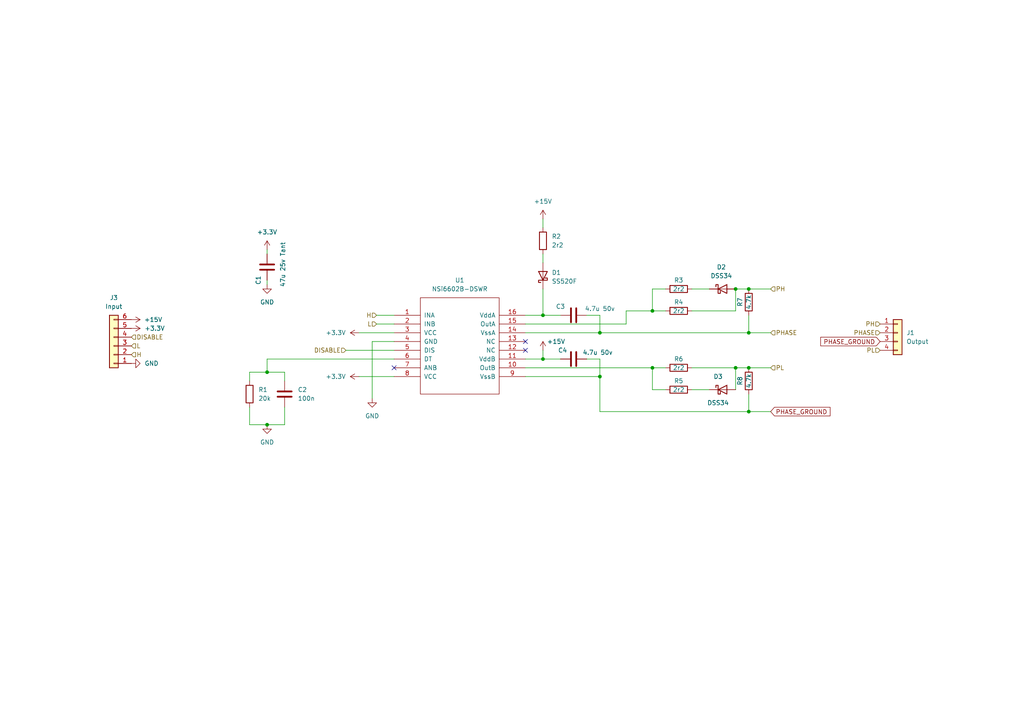
<source format=kicad_sch>
(kicad_sch (version 20230121) (generator eeschema)
  (paper "A4")
  (lib_symbols
    (symbol "Connector_Generic:Conn_01x04" (pin_names (offset 1.016) hide)
      (property "Reference" "J" (at 0 5.08 0))
      (property "Value" "Conn_01x04" (at 0 -7.62 0))
      (symbol "Conn_01x04_1_1"
        (rectangle (start -1.27 -4.953) (end 0 -5.207) (stroke (width 0.1524)))
        (rectangle (start -1.27 -2.413) (end 0 -2.667) (stroke (width 0.1524)))
        (rectangle (start -1.27 0.127) (end 0 -0.127) (stroke (width 0.1524)))
        (rectangle (start -1.27 2.667) (end 0 2.413) (stroke (width 0.1524)))
        (rectangle (start -1.27 3.81) (end 1.27 -6.35) (stroke (width 0.254)) (fill (type background)))
        (pin passive line (at -5.08 2.54 0) (length 3.81) (name "Pin_1") (number "1"))
        (pin passive line (at -5.08 0 0) (length 3.81) (name "Pin_2") (number "2"))
        (pin passive line (at -5.08 -2.54 0) (length 3.81) (name "Pin_3") (number "3"))
        (pin passive line (at -5.08 -5.08 0) (length 3.81) (name "Pin_4") (number "4"))
      )
    )
    (symbol "Connector_Generic:Conn_01x06" (pin_names (offset 1.016) hide)
      (property "Reference" "J" (at 0 7.62 0))
      (property "Value" "Conn_01x06" (at 0 -10.16 0))
      (symbol "Conn_01x06_1_1"
        (rectangle (start -1.27 -7.493) (end 0 -7.747) (stroke (width 0.1524)))
        (rectangle (start -1.27 -4.953) (end 0 -5.207) (stroke (width 0.1524)))
        (rectangle (start -1.27 -2.413) (end 0 -2.667) (stroke (width 0.1524)))
        (rectangle (start -1.27 0.127) (end 0 -0.127) (stroke (width 0.1524)))
        (rectangle (start -1.27 2.667) (end 0 2.413) (stroke (width 0.1524)))
        (rectangle (start -1.27 5.207) (end 0 4.953) (stroke (width 0.1524)))
        (rectangle (start -1.27 6.35) (end 1.27 -8.89) (stroke (width 0.254)) (fill (type background)))
        (pin passive line (at -5.08 5.08 0) (length 3.81) (name "Pin_1") (number "1"))
        (pin passive line (at -5.08 2.54 0) (length 3.81) (name "Pin_2") (number "2"))
        (pin passive line (at -5.08 0 0) (length 3.81) (name "Pin_3") (number "3"))
        (pin passive line (at -5.08 -2.54 0) (length 3.81) (name "Pin_4") (number "4"))
        (pin passive line (at -5.08 -5.08 0) (length 3.81) (name "Pin_5") (number "5"))
        (pin passive line (at -5.08 -7.62 0) (length 3.81) (name "Pin_6") (number "6"))
      )
    )
    (symbol "Device:C" (pin_numbers hide) (pin_names (offset 0.254))
      (property "Reference" "C" (at 0.635 2.54 0))
      (property "Value" "C" (at 0.635 -2.54 0))
      (symbol "C_0_1"
        (polyline (pts (xy -2.032 -0.762) (xy 2.032 -0.762)) (stroke (width 0.508)))
        (polyline (pts (xy -2.032 0.762) (xy 2.032 0.762)) (stroke (width 0.508)))
      )
      (symbol "C_1_1"
        (pin passive line (at 0 3.81 270) (length 2.794) (name "~") (number "1"))
        (pin passive line (at 0 -3.81 90) (length 2.794) (name "~") (number "2"))
      )
    )
    (symbol "Device:D_Schottky" (pin_numbers hide) (pin_names (offset 1.016) hide)
      (property "Reference" "D" (at 0 2.54 0))
      (property "Value" "D_Schottky" (at 0 -2.54 0))
      (symbol "D_Schottky_0_1"
        (polyline (pts (xy 1.27 0) (xy -1.27 0)))
        (polyline (pts (xy 1.27 1.27) (xy 1.27 -1.27) (xy -1.27 0) (xy 1.27 1.27)) (stroke (width 0.254)))
        (polyline (pts (xy -1.905 0.635) (xy -1.905 1.27) (xy -1.27 1.27) (xy -1.27 -1.27) (xy -0.635 -1.27) (xy -0.635 -0.635)) (stroke (width 0.254)))
      )
      (symbol "D_Schottky_1_1"
        (pin passive line (at -3.81 0 0) (length 2.54) (name "K") (number "1"))
        (pin passive line (at 3.81 0 180) (length 2.54) (name "A") (number "2"))
      )
    )
    (symbol "Device:R" (pin_numbers hide) (pin_names (offset 0))
      (property "Reference" "R" (at 2.032 0 90))
      (property "Value" "R" (at 0 0 90))
      (symbol "R_0_1"
        (rectangle (start -1.016 -2.54) (end 1.016 2.54) (stroke (width 0.254)))
      )
      (symbol "R_1_1"
        (pin passive line (at 0 3.81 270) (length 1.27) (name "~") (number "1"))
        (pin passive line (at 0 -3.81 90) (length 1.27) (name "~") (number "2"))
      )
    )
    (symbol "GigaESCSymbols:NCD57252DWR2G" (pin_names (offset 1.016))
      (property "Reference" "U" (at 0 15.24 0))
      (property "Value" "NCD57252DWR2G" (at 0 -15.24 0))
      (symbol "NCD57252DWR2G_1_0"
        (rectangle (start -11.43 -13.97) (end 11.43 13.97))
      )
      (symbol "NCD57252DWR2G_1_1"
        (pin input line (at -19.05 8.89 0) (length 7.62) (name "INA") (number "1"))
        (pin input line (at 19.05 -6.35 180) (length 7.62) (name "OutB") (number "10"))
        (pin input line (at 19.05 -3.81 180) (length 7.62) (name "VddB") (number "11"))
        (pin input line (at 19.05 -1.27 180) (length 7.62) (name "NC") (number "12"))
        (pin input line (at 19.05 1.27 180) (length 7.62) (name "NC") (number "13"))
        (pin input line (at 19.05 3.81 180) (length 7.62) (name "VssA") (number "14"))
        (pin input line (at 19.05 6.35 180) (length 7.62) (name "OutA") (number "15"))
        (pin input line (at 19.05 8.89 180) (length 7.62) (name "VddA") (number "16"))
        (pin input line (at -19.05 6.35 0) (length 7.62) (name "INB") (number "2"))
        (pin input line (at -19.05 3.81 0) (length 7.62) (name "VCC") (number "3"))
        (pin input line (at -19.05 1.27 0) (length 7.62) (name "GND") (number "4"))
        (pin input line (at -19.05 -1.27 0) (length 7.62) (name "DIS") (number "5"))
        (pin input line (at -19.05 -3.81 0) (length 7.62) (name "DT") (number "6"))
        (pin input line (at -19.05 -6.35 0) (length 7.62) (name "ANB") (number "7"))
        (pin input line (at -19.05 -8.89 0) (length 7.62) (name "VCC") (number "8"))
        (pin input line (at 19.05 -8.89 180) (length 7.62) (name "VssB") (number "9"))
      )
    )
    (symbol "power:+15V" (power) (pin_names (offset 0))
      (property "Value" "+15V" (at 0 3.556 0))
      (symbol "+15V_0_1"
        (polyline (pts (xy -0.762 1.27) (xy 0 2.54)))
        (polyline (pts (xy 0 0) (xy 0 2.54)))
        (polyline (pts (xy 0 2.54) (xy 0.762 1.27)))
      )
      (symbol "+15V_1_1"
        (pin power_in line (at 0 0 90) (length 0) hide (name "+15V") (number "1"))
      )
    )
    (symbol "power:+3.3V" (power) (pin_names (offset 0))
      (property "Value" "+3.3V" (at 0 3.556 0))
      (symbol "+3.3V_0_1"
        (polyline (pts (xy -0.762 1.27) (xy 0 2.54)))
        (polyline (pts (xy 0 0) (xy 0 2.54)))
        (polyline (pts (xy 0 2.54) (xy 0.762 1.27)))
      )
      (symbol "+3.3V_1_1"
        (pin power_in line (at 0 0 90) (length 0) hide (name "+3.3V") (number "1"))
      )
    )
    (symbol "power:GND" (power) (pin_names (offset 0))
      (property "Value" "GND" (at 0 -3.81 0))
      (symbol "GND_0_1"
        (polyline (pts (xy 0 0) (xy 0 -1.27) (xy 1.27 -1.27) (xy 0 -2.54) (xy -1.27 -1.27) (xy 0 -1.27)))
      )
      (symbol "GND_1_1"
        (pin power_in line (at 0 0 270) (length 0) hide (name "GND") (number "1"))
      )
    )
  )
  (junction (at 157.48 91.44))
  (junction (at 213.36 83.82))
  (junction (at 157.48 104.14))
  (junction (at 217.17 83.82))
  (junction (at 173.99 96.52))
  (junction (at 217.17 119.38))
  (junction (at 189.23 90.17))
  (junction (at 217.17 96.52))
  (junction (at 189.23 106.68))
  (junction (at 173.99 109.22))
  (junction (at 77.47 123.19))
  (junction (at 217.17 106.68))
  (junction (at 213.36 106.68))
  (junction (at 77.47 107.95))
  (no_connect (at 152.4 101.6))
  (no_connect (at 114.3 106.68))
  (no_connect (at 152.4 99.06))
  (wire (pts (xy 82.55 107.95) (xy 82.55 110.49)))
  (wire (pts (xy 109.22 91.44) (xy 114.3 91.44)))
  (wire (pts (xy 213.36 83.82) (xy 213.36 90.17)))
  (wire (pts (xy 72.39 107.95) (xy 77.47 107.95)))
  (wire (pts (xy 152.4 93.98) (xy 181.61 93.98)))
  (wire (pts (xy 77.47 81.28) (xy 77.47 82.55)))
  (wire (pts (xy 107.95 99.06) (xy 107.95 115.57)))
  (wire (pts (xy 109.22 93.98) (xy 114.3 93.98)))
  (wire (pts (xy 104.14 96.52) (xy 114.3 96.52)))
  (wire (pts (xy 157.48 83.82) (xy 157.48 91.44)))
  (wire (pts (xy 217.17 96.52) (xy 223.52 96.52)))
  (wire (pts (xy 157.48 104.14) (xy 157.48 101.6)))
  (wire (pts (xy 189.23 113.03) (xy 193.04 113.03)))
  (wire (pts (xy 173.99 104.14) (xy 173.99 109.22)))
  (wire (pts (xy 77.47 72.39) (xy 77.47 73.66)))
  (wire (pts (xy 217.17 114.3) (xy 217.17 119.38)))
  (wire (pts (xy 72.39 118.11) (xy 72.39 123.19)))
  (wire (pts (xy 189.23 106.68) (xy 193.04 106.68)))
  (wire (pts (xy 213.36 106.68) (xy 217.17 106.68)))
  (wire (pts (xy 173.99 119.38) (xy 173.99 109.22)))
  (wire (pts (xy 104.14 109.22) (xy 114.3 109.22)))
  (wire (pts (xy 157.48 91.44) (xy 162.56 91.44)))
  (wire (pts (xy 173.99 91.44) (xy 170.18 91.44)))
  (wire (pts (xy 193.04 90.17) (xy 189.23 90.17)))
  (wire (pts (xy 223.52 119.38) (xy 217.17 119.38)))
  (wire (pts (xy 217.17 106.68) (xy 223.52 106.68)))
  (wire (pts (xy 77.47 107.95) (xy 82.55 107.95)))
  (wire (pts (xy 152.4 104.14) (xy 157.48 104.14)))
  (wire (pts (xy 152.4 109.22) (xy 173.99 109.22)))
  (wire (pts (xy 72.39 110.49) (xy 72.39 107.95)))
  (wire (pts (xy 200.66 113.03) (xy 205.74 113.03)))
  (wire (pts (xy 72.39 123.19) (xy 77.47 123.19)))
  (wire (pts (xy 217.17 91.44) (xy 217.17 96.52)))
  (wire (pts (xy 152.4 106.68) (xy 189.23 106.68)))
  (wire (pts (xy 217.17 83.82) (xy 223.52 83.82)))
  (wire (pts (xy 189.23 106.68) (xy 189.23 113.03)))
  (wire (pts (xy 114.3 99.06) (xy 107.95 99.06)))
  (wire (pts (xy 213.36 106.68) (xy 213.36 113.03)))
  (wire (pts (xy 152.4 96.52) (xy 173.99 96.52)))
  (wire (pts (xy 217.17 119.38) (xy 173.99 119.38)))
  (wire (pts (xy 213.36 83.82) (xy 217.17 83.82)))
  (wire (pts (xy 77.47 104.14) (xy 77.47 107.95)))
  (wire (pts (xy 157.48 91.44) (xy 152.4 91.44)))
  (wire (pts (xy 157.48 63.5) (xy 157.48 66.04)))
  (wire (pts (xy 100.33 101.6) (xy 114.3 101.6)))
  (wire (pts (xy 189.23 83.82) (xy 193.04 83.82)))
  (wire (pts (xy 77.47 123.19) (xy 82.55 123.19)))
  (wire (pts (xy 170.18 104.14) (xy 173.99 104.14)))
  (wire (pts (xy 213.36 90.17) (xy 200.66 90.17)))
  (wire (pts (xy 200.66 106.68) (xy 213.36 106.68)))
  (wire (pts (xy 157.48 104.14) (xy 162.56 104.14)))
  (wire (pts (xy 181.61 90.17) (xy 189.23 90.17)))
  (wire (pts (xy 157.48 73.66) (xy 157.48 76.2)))
  (wire (pts (xy 200.66 83.82) (xy 205.74 83.82)))
  (wire (pts (xy 189.23 90.17) (xy 189.23 83.82)))
  (wire (pts (xy 114.3 104.14) (xy 77.47 104.14)))
  (wire (pts (xy 173.99 96.52) (xy 217.17 96.52)))
  (wire (pts (xy 181.61 93.98) (xy 181.61 90.17)))
  (wire (pts (xy 82.55 123.19) (xy 82.55 118.11)))
  (wire (pts (xy 173.99 96.52) (xy 173.99 91.44)))
  (global_label "PHASE_GROUND" (shape input) (at 223.52 119.38 0) (property "Intersheetrefs" "${INTERSHEET_REFS}" (effects hide)))
  (global_label "PHASE_GROUND" (shape input) (at 255.27 99.06 180) (property "Intersheetrefs" "${INTERSHEET_REFS}" (effects hide)))
  (hierarchical_label "PH" (shape input) (at 255.27 93.98 180))
  (hierarchical_label "L" (shape input) (at 38.1 100.33 0))
  (hierarchical_label "PHASE" (shape input) (at 223.52 96.52 0))
  (hierarchical_label "H" (shape input) (at 38.1 102.87 0))
  (hierarchical_label "PL" (shape input) (at 223.52 106.68 0))
  (hierarchical_label "DISABLE" (shape input) (at 100.33 101.6 180))
  (hierarchical_label "PH" (shape input) (at 223.52 83.82 0))
  (hierarchical_label "DISABLE" (shape input) (at 38.1 97.79 0))
  (hierarchical_label "H" (shape input) (at 109.22 91.44 180))
  (hierarchical_label "L" (shape input) (at 109.22 93.98 180))
  (hierarchical_label "PL" (shape input) (at 255.27 101.6 180))
  (hierarchical_label "PHASE" (shape input) (at 255.27 96.52 180))
  (symbol (lib_id "power:+15V") (at 157.48 63.5 0) (unit 1)
    (property "Reference" "#PWR07" (effects hide))
    (property "Value" "+15V" (at 157.48 58.42 0))
  )
  (symbol (lib_id "power:+15V") (at 157.48 101.6 0) (unit 1)
    (property "Reference" "#PWR08" (effects hide))
    (property "Value" "+15V" (at 161.29 99.06 0))
  )
  (symbol (lib_id "power:GND") (at 77.47 82.55 0) (unit 1)
    (property "Reference" "#PWR02" (effects hide))
    (property "Value" "GND" (at 77.47 87.63 0))
  )
  (symbol (lib_id "power:GND") (at 107.95 115.57 0) (unit 1)
    (property "Reference" "#PWR06" (effects hide))
    (property "Value" "GND" (at 107.95 120.65 0))
  )
  (symbol (lib_id "Device:R") (at 196.85 90.17 90) (unit 1)
    (property "Reference" "R4" (at 196.85 87.63 90))
    (property "Value" "2r2" (at 196.85 90.17 90))
    (property "Footprint" "Resistor_SMD:R_0805_2012Metric" (effects hide))
  )
  (symbol (lib_id "GigaESCSymbols:NCD57252DWR2G") (at 133.35 100.33 0) (unit 1)
    (property "Reference" "U1" (at 133.35 81.28 0))
    (property "Value" "NSi6602B-DSWR" (at 133.35 83.82 0))
    (property "Footprint" "Package_SO:SOIC-16W_7.5x10.3mm_P1.27mm" (effects hide))
    (property "Datasheet" "DOCUMENTATION" (effects hide))
    (property "MPN" "C2891997" (effects hide))
  )
  (symbol (lib_id "Device:C") (at 166.37 104.14 90) (unit 1)
    (property "Reference" "C4" (at 163.195 101.6 90))
    (property "Value" "4.7u 50v" (at 173.355 102.235 90))
    (property "Footprint" "Capacitor_SMD:C_1206_3216Metric" (effects hide))
    (property "MPN" "C29823" (effects hide))
  )
  (symbol (lib_id "Device:R") (at 217.17 87.63 180) (unit 1)
    (property "Reference" "R7" (at 214.63 87.63 90))
    (property "Value" "4.7k" (at 217.17 87.63 90))
    (property "Footprint" "Resistor_SMD:R_0805_2012Metric" (effects hide))
    (property "MPN" "C17673" (effects hide))
  )
  (symbol (lib_id "Device:D_Schottky") (at 157.48 80.01 90) (unit 1)
    (property "Reference" "D1" (at 160.02 79.0575 90) (effects (justify right)))
    (property "Value" "SS520F" (at 160.02 81.5975 90) (effects (justify right)))
    (property "Footprint" "Diode_SMD:D_SMA" (effects hide))
    (property "MPN" "C353179" (effects hide))
  )
  (symbol (lib_id "Device:R") (at 72.39 114.3 0) (unit 1)
    (property "Reference" "R1" (at 74.93 113.03 0) (effects (justify left)))
    (property "Value" "20k" (at 74.93 115.57 0) (effects (justify left)))
    (property "Footprint" "Resistor_SMD:R_0805_2012Metric" (effects hide))
    (property "MPN" "C4328" (effects hide))
  )
  (symbol (lib_id "power:GND") (at 38.1 105.41 90) (unit 1)
    (property "Reference" "#PWR010" (effects hide))
    (property "Value" "GND" (at 41.91 105.41 90) (effects (justify right)))
  )
  (symbol (lib_id "Device:C") (at 166.37 91.44 90) (unit 1)
    (property "Reference" "C3" (at 162.56 88.9 90))
    (property "Value" "4.7u 50v" (at 173.99 89.535 90))
    (property "Footprint" "Capacitor_SMD:C_1206_3216Metric" (effects hide))
    (property "MPN" "C29823" (effects hide))
  )
  (symbol (lib_id "power:+3.3V") (at 77.47 72.39 0) (unit 1)
    (property "Reference" "#PWR01" (effects hide))
    (property "Value" "+3.3V" (at 77.47 67.31 0))
  )
  (symbol (lib_id "power:GND") (at 77.47 123.19 0) (unit 1)
    (property "Reference" "#PWR03" (effects hide))
    (property "Value" "GND" (at 77.47 128.27 0))
  )
  (symbol (lib_id "Device:R") (at 196.85 106.68 90) (unit 1)
    (property "Reference" "R6" (at 196.85 104.14 90))
    (property "Value" "2r2" (at 196.85 106.68 90))
    (property "Footprint" "Resistor_SMD:R_0805_2012Metric" (effects hide))
  )
  (symbol (lib_id "Device:R") (at 196.85 83.82 90) (unit 1)
    (property "Reference" "R3" (at 196.85 81.28 90))
    (property "Value" "2r2" (at 196.85 83.82 90))
    (property "Footprint" "Resistor_SMD:R_0805_2012Metric" (effects hide))
  )
  (symbol (lib_id "Device:D_Schottky") (at 209.55 113.03 0) (unit 1)
    (property "Reference" "D3" (at 208.28 109.22 0))
    (property "Value" "DSS34" (at 208.28 116.84 0))
    (property "Footprint" "Diode_SMD:D_SOD-123F" (effects hide))
    (property "MPN" "C511866" (effects hide))
  )
  (symbol (lib_id "power:+3.3V") (at 104.14 109.22 90) (unit 1)
    (property "Reference" "#PWR05" (effects hide))
    (property "Value" "+3.3V" (at 100.33 109.22 90) (effects (justify left)))
  )
  (symbol (lib_id "Connector_Generic:Conn_01x04") (at 260.35 96.52 0) (unit 1)
    (property "Reference" "J1" (at 262.89 96.52 0) (effects (justify left)))
    (property "Value" "Output" (at 262.89 99.06 0) (effects (justify left)))
    (property "Footprint" "Connector_PinHeader_2.54mm:PinHeader_1x04_P2.54mm_Vertical" (effects hide))
  )
  (symbol (lib_id "Connector_Generic:Conn_01x06") (at 33.02 100.33 180) (unit 1)
    (property "Reference" "J3" (at 33.02 86.36 0))
    (property "Value" "Input" (at 33.02 88.9 0))
    (property "Footprint" "Connector_PinHeader_2.54mm:PinHeader_1x06_P2.54mm_Vertical" (effects hide))
  )
  (symbol (lib_id "Device:R") (at 157.48 69.85 0) (unit 1)
    (property "Reference" "R2" (at 160.02 68.58 0) (effects (justify left)))
    (property "Value" "2r2" (at 160.02 71.12 0) (effects (justify left)))
    (property "Footprint" "Resistor_SMD:R_0805_2012Metric" (effects hide))
    (property "MPN" "C17521" (effects hide))
  )
  (symbol (lib_id "power:+15V") (at 38.1 92.71 270) (unit 1)
    (property "Reference" "#PWR011" (effects hide))
    (property "Value" "+15V" (at 44.45 92.71 90))
  )
  (symbol (lib_id "Device:R") (at 196.85 113.03 90) (unit 1)
    (property "Reference" "R5" (at 196.85 110.49 90))
    (property "Value" "2r2" (at 196.85 113.03 90))
    (property "Footprint" "Resistor_SMD:R_0805_2012Metric" (effects hide))
  )
  (symbol (lib_id "Device:C") (at 82.55 114.3 0) (unit 1)
    (property "Reference" "C2" (at 86.36 113.03 0) (effects (justify left)))
    (property "Value" "100n" (at 86.36 115.57 0) (effects (justify left)))
    (property "Footprint" "Capacitor_SMD:C_0805_2012Metric" (effects hide))
  )
  (symbol (lib_id "power:+3.3V") (at 38.1 95.25 270) (unit 1)
    (property "Reference" "#PWR09" (effects hide))
    (property "Value" "+3.3V" (at 41.91 95.25 90) (effects (justify left)))
  )
  (symbol (lib_id "power:+3.3V") (at 104.14 96.52 90) (unit 1)
    (property "Reference" "#PWR04" (effects hide))
    (property "Value" "+3.3V" (at 100.33 96.52 90) (effects (justify left)))
  )
  (symbol (lib_id "Device:D_Schottky") (at 209.55 83.82 0) (unit 1)
    (property "Reference" "D2" (at 209.2325 77.47 0))
    (property "Value" "DSS34" (at 209.2325 80.01 0))
    (property "Footprint" "Diode_SMD:D_SOD-123F" (effects hide))
  )
  (symbol (lib_id "Device:R") (at 217.17 110.49 180) (unit 1)
    (property "Reference" "R8" (at 214.63 110.49 90))
    (property "Value" "4.7k" (at 217.17 110.49 90))
    (property "Footprint" "Resistor_SMD:R_0805_2012Metric" (effects hide))
  )
  (symbol (lib_id "Device:C") (at 77.47 77.47 180) (unit 1)
    (property "Reference" "C1" (at 74.93 81.28 90))
    (property "Value" "47u 25v Tant" (at 82.042 76.708 90))
    (property "Footprint" "Capacitor_Tantalum_SMD:CP_EIA-7343-31_Kemet-D" (effects hide))
    (property "MPN" "C117039" (effects hide))
  )
)
</source>
